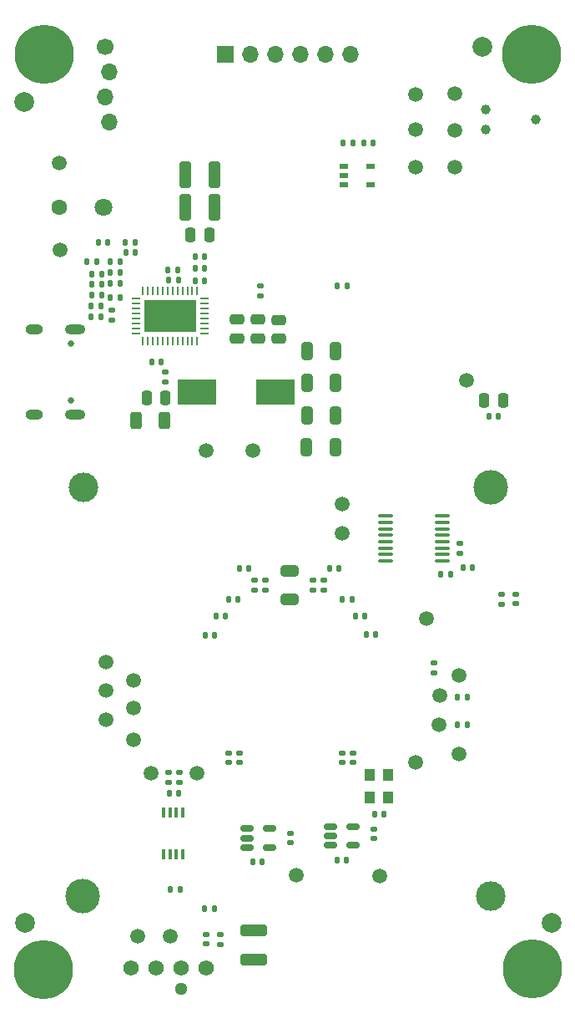
<source format=gbr>
%TF.GenerationSoftware,KiCad,Pcbnew,8.0.7*%
%TF.CreationDate,2025-01-16T15:43:03+03:00*%
%TF.ProjectId,bitshoka,62697473-686f-46b6-912e-6b696361645f,rev?*%
%TF.SameCoordinates,Original*%
%TF.FileFunction,Soldermask,Top*%
%TF.FilePolarity,Negative*%
%FSLAX46Y46*%
G04 Gerber Fmt 4.6, Leading zero omitted, Abs format (unit mm)*
G04 Created by KiCad (PCBNEW 8.0.7) date 2025-01-16 15:43:03*
%MOMM*%
%LPD*%
G01*
G04 APERTURE LIST*
G04 Aperture macros list*
%AMRoundRect*
0 Rectangle with rounded corners*
0 $1 Rounding radius*
0 $2 $3 $4 $5 $6 $7 $8 $9 X,Y pos of 4 corners*
0 Add a 4 corners polygon primitive as box body*
4,1,4,$2,$3,$4,$5,$6,$7,$8,$9,$2,$3,0*
0 Add four circle primitives for the rounded corners*
1,1,$1+$1,$2,$3*
1,1,$1+$1,$4,$5*
1,1,$1+$1,$6,$7*
1,1,$1+$1,$8,$9*
0 Add four rect primitives between the rounded corners*
20,1,$1+$1,$2,$3,$4,$5,0*
20,1,$1+$1,$4,$5,$6,$7,0*
20,1,$1+$1,$6,$7,$8,$9,0*
20,1,$1+$1,$8,$9,$2,$3,0*%
G04 Aperture macros list end*
%ADD10RoundRect,0.250000X-0.325000X-0.650000X0.325000X-0.650000X0.325000X0.650000X-0.325000X0.650000X0*%
%ADD11RoundRect,0.250000X0.475000X-0.250000X0.475000X0.250000X-0.475000X0.250000X-0.475000X-0.250000X0*%
%ADD12RoundRect,0.135000X0.135000X0.185000X-0.135000X0.185000X-0.135000X-0.185000X0.135000X-0.185000X0*%
%ADD13RoundRect,0.250000X-1.100000X0.325000X-1.100000X-0.325000X1.100000X-0.325000X1.100000X0.325000X0*%
%ADD14C,1.500000*%
%ADD15RoundRect,0.140000X-0.140000X-0.170000X0.140000X-0.170000X0.140000X0.170000X-0.140000X0.170000X0*%
%ADD16C,2.000000*%
%ADD17RoundRect,0.140000X0.140000X0.170000X-0.140000X0.170000X-0.140000X-0.170000X0.140000X-0.170000X0*%
%ADD18RoundRect,0.140000X0.170000X-0.140000X0.170000X0.140000X-0.170000X0.140000X-0.170000X-0.140000X0*%
%ADD19RoundRect,0.140000X-0.170000X0.140000X-0.170000X-0.140000X0.170000X-0.140000X0.170000X0.140000X0*%
%ADD20RoundRect,0.135000X-0.185000X0.135000X-0.185000X-0.135000X0.185000X-0.135000X0.185000X0.135000X0*%
%ADD21C,3.000000*%
%ADD22RoundRect,0.250000X0.312500X0.625000X-0.312500X0.625000X-0.312500X-0.625000X0.312500X-0.625000X0*%
%ADD23RoundRect,0.150000X-0.512500X-0.150000X0.512500X-0.150000X0.512500X0.150000X-0.512500X0.150000X0*%
%ADD24RoundRect,0.135000X-0.135000X-0.185000X0.135000X-0.185000X0.135000X0.185000X-0.135000X0.185000X0*%
%ADD25RoundRect,0.250000X-0.250000X-0.475000X0.250000X-0.475000X0.250000X0.475000X-0.250000X0.475000X0*%
%ADD26RoundRect,0.250000X-0.325000X-1.100000X0.325000X-1.100000X0.325000X1.100000X-0.325000X1.100000X0*%
%ADD27R,1.100000X1.300000*%
%ADD28C,0.800000*%
%ADD29C,6.000000*%
%ADD30RoundRect,0.250000X-0.650000X0.325000X-0.650000X-0.325000X0.650000X-0.325000X0.650000X0.325000X0*%
%ADD31RoundRect,0.135000X0.185000X-0.135000X0.185000X0.135000X-0.185000X0.135000X-0.185000X-0.135000X0*%
%ADD32R,0.400000X1.100000*%
%ADD33R,1.700000X1.700000*%
%ADD34O,1.700000X1.700000*%
%ADD35C,3.500000*%
%ADD36RoundRect,0.100000X-0.637500X-0.100000X0.637500X-0.100000X0.637500X0.100000X-0.637500X0.100000X0*%
%ADD37R,4.000000X2.600000*%
%ADD38RoundRect,0.062500X0.062500X-0.337500X0.062500X0.337500X-0.062500X0.337500X-0.062500X-0.337500X0*%
%ADD39RoundRect,0.062500X0.337500X-0.062500X0.337500X0.062500X-0.337500X0.062500X-0.337500X-0.062500X0*%
%ADD40C,0.400000*%
%ADD41R,5.300000X3.300000*%
%ADD42R,0.952500X0.558800*%
%ADD43C,1.295400*%
%ADD44C,1.574800*%
%ADD45C,1.700000*%
%ADD46C,0.650000*%
%ADD47O,1.800000X1.000000*%
%ADD48O,2.100000X1.000000*%
%ADD49C,0.990600*%
%ADD50C,1.600000*%
%ADD51C,1.800000*%
G04 APERTURE END LIST*
D10*
%TO.C,C20*%
X107435000Y-81120000D03*
X110385000Y-81120000D03*
%TD*%
D11*
%TO.C,C15*%
X100360000Y-79860000D03*
X100360000Y-77960000D03*
%TD*%
D12*
%TO.C,R21*%
X122010000Y-103710000D03*
X120990000Y-103710000D03*
%TD*%
D13*
%TO.C,C51*%
X102045000Y-139815000D03*
X102045000Y-142765000D03*
%TD*%
D14*
%TO.C,TP19*%
X114860000Y-134280000D03*
%TD*%
D15*
%TO.C,C9*%
X96090000Y-72760000D03*
X97050000Y-72760000D03*
%TD*%
D16*
%TO.C,FID2*%
X125270000Y-50310000D03*
%TD*%
%TO.C,FID4*%
X132260000Y-139060000D03*
%TD*%
%TO.C,FID3*%
X78850000Y-139070000D03*
%TD*%
D17*
%TO.C,C41*%
X101570000Y-103154000D03*
X100610000Y-103154000D03*
%TD*%
D14*
%TO.C,TP21*%
X122860000Y-121970000D03*
%TD*%
%TO.C,TP18*%
X120820000Y-119010000D03*
%TD*%
D18*
%TO.C,C42*%
X100655438Y-122810000D03*
X100655438Y-121850000D03*
%TD*%
D14*
%TO.C,TP8*%
X123610000Y-84120000D03*
%TD*%
D19*
%TO.C,C40*%
X108072400Y-104360000D03*
X108072400Y-105320000D03*
%TD*%
D20*
%TO.C,R23*%
X94520000Y-123850000D03*
X94520000Y-124870000D03*
%TD*%
D17*
%TO.C,C46*%
X99161000Y-108024000D03*
X98201000Y-108024000D03*
%TD*%
D21*
%TO.C,H6*%
X84764000Y-94984000D03*
%TD*%
D19*
%TO.C,C39*%
X102110000Y-104360000D03*
X102110000Y-105320000D03*
%TD*%
D22*
%TO.C,R12*%
X93012500Y-88210000D03*
X90087500Y-88210000D03*
%TD*%
D19*
%TO.C,C13*%
X87630000Y-77010000D03*
X87630000Y-77970000D03*
%TD*%
D11*
%TO.C,C14*%
X104580000Y-79880000D03*
X104580000Y-77980000D03*
%TD*%
D23*
%TO.C,U6*%
X101392500Y-129520000D03*
X101392500Y-130470000D03*
X101392500Y-131420000D03*
X103667500Y-131420000D03*
X103667500Y-129520000D03*
%TD*%
D24*
%TO.C,R1*%
X85590000Y-75500000D03*
X86610000Y-75500000D03*
%TD*%
D14*
%TO.C,TP13*%
X110990000Y-96640000D03*
%TD*%
%TO.C,TP37*%
X93610000Y-140380000D03*
%TD*%
%TO.C,TP35*%
X96280000Y-123890000D03*
%TD*%
D12*
%TO.C,R8*%
X90070000Y-70100000D03*
X89050000Y-70100000D03*
%TD*%
%TO.C,R11*%
X94390000Y-72930000D03*
X93370000Y-72930000D03*
%TD*%
D10*
%TO.C,C18*%
X107435000Y-87660000D03*
X110385000Y-87660000D03*
%TD*%
D14*
%TO.C,TP38*%
X90300000Y-140410000D03*
%TD*%
%TO.C,TP33*%
X87080000Y-118492000D03*
%TD*%
%TO.C,TP3*%
X101980000Y-91230000D03*
%TD*%
D25*
%TO.C,C24*%
X125440000Y-86180000D03*
X127340000Y-86180000D03*
%TD*%
D14*
%TO.C,TP9*%
X122440000Y-55090000D03*
%TD*%
D21*
%TO.C,H5*%
X126130000Y-136350000D03*
%TD*%
D11*
%TO.C,C16*%
X102480000Y-79860000D03*
X102480000Y-77960000D03*
%TD*%
D18*
%TO.C,C45*%
X99525438Y-122820000D03*
X99525438Y-121860000D03*
%TD*%
D19*
%TO.C,C10*%
X102750000Y-74560000D03*
X102750000Y-75520000D03*
%TD*%
D24*
%TO.C,R2*%
X85110000Y-72100000D03*
X86130000Y-72100000D03*
%TD*%
D18*
%TO.C,C35*%
X112140000Y-122790000D03*
X112140000Y-121830000D03*
%TD*%
D26*
%TO.C,C4*%
X95125000Y-66550000D03*
X98075000Y-66550000D03*
%TD*%
D15*
%TO.C,C6*%
X96090000Y-74000000D03*
X97050000Y-74000000D03*
%TD*%
%TO.C,C25*%
X125910000Y-87790000D03*
X126870000Y-87790000D03*
%TD*%
D27*
%TO.C,U7*%
X115680000Y-126370000D03*
X115680000Y-124070000D03*
X113780000Y-124070000D03*
X113780000Y-126370000D03*
%TD*%
D15*
%TO.C,C27*%
X101940000Y-132840000D03*
X102900000Y-132840000D03*
%TD*%
D28*
%TO.C,H1*%
X127985010Y-51120990D03*
X128644020Y-49530000D03*
X128644020Y-52711980D03*
X130235010Y-48870990D03*
D29*
X130235010Y-51120990D03*
D28*
X130235010Y-53370990D03*
X131826000Y-49530000D03*
X131826000Y-52711980D03*
X132485010Y-51120990D03*
%TD*%
D14*
%TO.C,TP4*%
X97220000Y-91210000D03*
%TD*%
D12*
%TO.C,R7*%
X88520000Y-74320000D03*
X87500000Y-74320000D03*
%TD*%
D14*
%TO.C,TP11*%
X118480000Y-58690000D03*
%TD*%
D17*
%TO.C,C29*%
X115270000Y-128010000D03*
X114310000Y-128010000D03*
%TD*%
D16*
%TO.C,FID1*%
X78750000Y-55900000D03*
%TD*%
D19*
%TO.C,C12*%
X93100000Y-83280000D03*
X93100000Y-84240000D03*
%TD*%
D14*
%TO.C,TP14*%
X110990000Y-99610000D03*
%TD*%
D12*
%TO.C,R19*%
X123720000Y-118980000D03*
X122700000Y-118980000D03*
%TD*%
D14*
%TO.C,TP5*%
X118460000Y-62540000D03*
%TD*%
%TO.C,TP36*%
X91650000Y-123880000D03*
%TD*%
D30*
%TO.C,C43*%
X105670000Y-103375000D03*
X105670000Y-106325000D03*
%TD*%
D14*
%TO.C,TP15*%
X119550000Y-108280000D03*
%TD*%
%TO.C,TP22*%
X118520000Y-122760000D03*
%TD*%
D31*
%TO.C,R25*%
X98640000Y-141260000D03*
X98640000Y-140240000D03*
%TD*%
D19*
%TO.C,C22*%
X128670000Y-105770000D03*
X128670000Y-106730000D03*
%TD*%
D32*
%TO.C,U10*%
X94870000Y-127840000D03*
X94220000Y-127840000D03*
X93570000Y-127840000D03*
X92920000Y-127840000D03*
X92920000Y-132140000D03*
X93570000Y-132140000D03*
X94220000Y-132140000D03*
X94870000Y-132140000D03*
%TD*%
D17*
%TO.C,C8*%
X90040000Y-71130000D03*
X89080000Y-71130000D03*
%TD*%
D24*
%TO.C,R5*%
X87490000Y-75720000D03*
X88510000Y-75720000D03*
%TD*%
D12*
%TO.C,R6*%
X88510000Y-72100000D03*
X87490000Y-72100000D03*
%TD*%
D14*
%TO.C,TP29*%
X87080000Y-112616000D03*
%TD*%
D23*
%TO.C,U5*%
X109843500Y-129279000D03*
X109843500Y-130229000D03*
X109843500Y-131179000D03*
X112118500Y-131179000D03*
X112118500Y-129279000D03*
%TD*%
D28*
%TO.C,H3*%
X128052000Y-143728000D03*
X128711010Y-142137010D03*
X128711010Y-145318990D03*
X130302000Y-141478000D03*
D29*
X130302000Y-143728000D03*
D28*
X130302000Y-145978000D03*
X131892990Y-142137010D03*
X131892990Y-145318990D03*
X132552000Y-143728000D03*
%TD*%
D19*
%TO.C,C49*%
X122930000Y-100640000D03*
X122930000Y-101600000D03*
%TD*%
D14*
%TO.C,TP2*%
X82310000Y-62100000D03*
%TD*%
D12*
%TO.C,R9*%
X94400000Y-73990000D03*
X93380000Y-73990000D03*
%TD*%
D19*
%TO.C,C38*%
X103240000Y-104360000D03*
X103240000Y-105320000D03*
%TD*%
D17*
%TO.C,C23*%
X114200000Y-60030000D03*
X113240000Y-60030000D03*
%TD*%
D14*
%TO.C,TP6*%
X122430000Y-62540000D03*
%TD*%
D10*
%TO.C,C19*%
X107435000Y-84400000D03*
X110385000Y-84400000D03*
%TD*%
D24*
%TO.C,R4*%
X85590000Y-73360000D03*
X86610000Y-73360000D03*
%TD*%
D20*
%TO.C,R17*%
X120380000Y-112750000D03*
X120380000Y-113770000D03*
%TD*%
D15*
%TO.C,C7*%
X96110000Y-71540000D03*
X97070000Y-71540000D03*
%TD*%
D33*
%TO.C,J4*%
X99171505Y-51054000D03*
D34*
X101711505Y-51054000D03*
X104251505Y-51054000D03*
X106791505Y-51054000D03*
X109331505Y-51054000D03*
X111871505Y-51054000D03*
%TD*%
D14*
%TO.C,TP16*%
X122860000Y-113980000D03*
%TD*%
%TO.C,TP34*%
X89860000Y-120480000D03*
%TD*%
D28*
%TO.C,H4*%
X78455010Y-143830990D03*
X79114020Y-142240000D03*
X79114020Y-145421980D03*
X80705010Y-141580990D03*
D29*
X80705010Y-143830990D03*
D28*
X80705010Y-146080990D03*
X82296000Y-142240000D03*
X82296000Y-145421980D03*
X82955010Y-143830990D03*
%TD*%
D14*
%TO.C,TP1*%
X82390000Y-70940000D03*
%TD*%
D12*
%TO.C,R13*%
X86600000Y-77640000D03*
X85580000Y-77640000D03*
%TD*%
D19*
%TO.C,C53*%
X97200000Y-140250000D03*
X97200000Y-141210000D03*
%TD*%
D35*
%TO.C,H8*%
X84710000Y-136360000D03*
%TD*%
D17*
%TO.C,C48*%
X98090000Y-109925000D03*
X97130000Y-109925000D03*
%TD*%
%TO.C,C28*%
X114410000Y-109860000D03*
X113450000Y-109860000D03*
%TD*%
D36*
%TO.C,U9*%
X115427500Y-97855000D03*
X115427500Y-98505000D03*
X115427500Y-99155000D03*
X115427500Y-99805000D03*
X115427500Y-100455000D03*
X115427500Y-101105000D03*
X115427500Y-101755000D03*
X115427500Y-102405000D03*
X121152500Y-102405000D03*
X121152500Y-101755000D03*
X121152500Y-101105000D03*
X121152500Y-100455000D03*
X121152500Y-99805000D03*
X121152500Y-99155000D03*
X121152500Y-98505000D03*
X121152500Y-97855000D03*
%TD*%
D24*
%TO.C,R24*%
X93560000Y-135710000D03*
X94580000Y-135710000D03*
%TD*%
D15*
%TO.C,C5*%
X86310000Y-70110000D03*
X87270000Y-70110000D03*
%TD*%
D17*
%TO.C,C34*%
X112010000Y-106266000D03*
X111050000Y-106266000D03*
%TD*%
D31*
%TO.C,R22*%
X93380000Y-124870000D03*
X93380000Y-123850000D03*
%TD*%
D37*
%TO.C,L1*%
X96295000Y-85255000D03*
X104245000Y-85255000D03*
%TD*%
D10*
%TO.C,C17*%
X107415000Y-90910000D03*
X110365000Y-90910000D03*
%TD*%
D15*
%TO.C,C26*%
X110481000Y-132739000D03*
X111441000Y-132739000D03*
%TD*%
D17*
%TO.C,C47*%
X124270000Y-103110000D03*
X123310000Y-103110000D03*
%TD*%
D18*
%TO.C,C33*%
X111000000Y-122790000D03*
X111000000Y-121830000D03*
%TD*%
D28*
%TO.C,H2*%
X78558000Y-51054000D03*
X79217010Y-49463010D03*
X79217010Y-52644990D03*
X80808000Y-48804000D03*
D29*
X80808000Y-51054000D03*
D28*
X80808000Y-53304000D03*
X82398990Y-49463010D03*
X82398990Y-52644990D03*
X83058000Y-51054000D03*
%TD*%
D19*
%TO.C,C37*%
X109190000Y-104360000D03*
X109190000Y-105320000D03*
%TD*%
D17*
%TO.C,C1*%
X92650000Y-82220000D03*
X91690000Y-82220000D03*
%TD*%
D12*
%TO.C,R18*%
X123720000Y-116220000D03*
X122700000Y-116220000D03*
%TD*%
D17*
%TO.C,C36*%
X110695000Y-103146000D03*
X109735000Y-103146000D03*
%TD*%
D14*
%TO.C,TP20*%
X106360000Y-134230000D03*
%TD*%
D35*
%TO.C,H7*%
X126060000Y-94910000D03*
%TD*%
D14*
%TO.C,TP17*%
X120900000Y-116060000D03*
%TD*%
%TO.C,TP30*%
X89890000Y-114520000D03*
%TD*%
D24*
%TO.C,R15*%
X110480000Y-74510000D03*
X111500000Y-74510000D03*
%TD*%
D38*
%TO.C,U2*%
X90830000Y-80090000D03*
X91330000Y-80090000D03*
X91830000Y-80090000D03*
X92330000Y-80090000D03*
X92830000Y-80090000D03*
X93330000Y-80090000D03*
X93830000Y-80090000D03*
X94330000Y-80090000D03*
X94830000Y-80090000D03*
X95330000Y-80090000D03*
X95830000Y-80090000D03*
X96330000Y-80090000D03*
D39*
X97080000Y-79340000D03*
X97080000Y-78840000D03*
X97080000Y-78340000D03*
X97080000Y-77840000D03*
X97080000Y-77340000D03*
X97080000Y-76840000D03*
X97080000Y-76340000D03*
X97080000Y-75840000D03*
D38*
X96330000Y-75090000D03*
X95830000Y-75090000D03*
X95330000Y-75090000D03*
X94830000Y-75090000D03*
X94330000Y-75090000D03*
X93830000Y-75090000D03*
X93330000Y-75090000D03*
X92830000Y-75090000D03*
X92330000Y-75090000D03*
X91830000Y-75090000D03*
X91330000Y-75090000D03*
X90830000Y-75090000D03*
D39*
X90080000Y-75840000D03*
X90080000Y-76340000D03*
X90080000Y-76840000D03*
X90080000Y-77340000D03*
X90080000Y-77840000D03*
X90080000Y-78340000D03*
X90080000Y-78840000D03*
X90080000Y-79340000D03*
D40*
X92180000Y-78870000D03*
X93580000Y-78870000D03*
X94980000Y-78870000D03*
X91180000Y-77590000D03*
X92180000Y-77590000D03*
X93580000Y-77590000D03*
D41*
X93580000Y-77590000D03*
D40*
X94980000Y-77590000D03*
X95980000Y-77590000D03*
X92180000Y-76310000D03*
X93580000Y-76310000D03*
X94980000Y-76310000D03*
%TD*%
D26*
%TO.C,C3*%
X95125000Y-63300000D03*
X98075000Y-63300000D03*
%TD*%
D24*
%TO.C,R3*%
X85590000Y-74330000D03*
X86610000Y-74330000D03*
%TD*%
D17*
%TO.C,C50*%
X94440000Y-125940000D03*
X93480000Y-125940000D03*
%TD*%
D12*
%TO.C,R10*%
X88520000Y-73170000D03*
X87500000Y-73170000D03*
%TD*%
D17*
%TO.C,C32*%
X113310000Y-108026000D03*
X112350000Y-108026000D03*
%TD*%
D31*
%TO.C,R16*%
X127240000Y-106770000D03*
X127240000Y-105750000D03*
%TD*%
D17*
%TO.C,C52*%
X98040000Y-137640000D03*
X97080000Y-137640000D03*
%TD*%
D25*
%TO.C,C11*%
X91190000Y-85860000D03*
X93090000Y-85860000D03*
%TD*%
D15*
%TO.C,C21*%
X111140000Y-60030000D03*
X112100000Y-60030000D03*
%TD*%
D14*
%TO.C,TP31*%
X87080000Y-115554000D03*
%TD*%
%TO.C,TP7*%
X122420000Y-58830000D03*
%TD*%
%TO.C,TP32*%
X89890000Y-117310000D03*
%TD*%
D24*
%TO.C,R14*%
X85580000Y-76570000D03*
X86600000Y-76570000D03*
%TD*%
D19*
%TO.C,C30*%
X114240000Y-129540000D03*
X114240000Y-130500000D03*
%TD*%
D25*
%TO.C,C2*%
X95650000Y-69350000D03*
X97550000Y-69350000D03*
%TD*%
D17*
%TO.C,C44*%
X100441000Y-106284000D03*
X99481000Y-106284000D03*
%TD*%
D42*
%TO.C,U3*%
X111185050Y-62440200D03*
X111185050Y-63380000D03*
X111185050Y-64319800D03*
X113940950Y-64319800D03*
X113940950Y-62440200D03*
%TD*%
D14*
%TO.C,TP10*%
X118480000Y-55140000D03*
%TD*%
D19*
%TO.C,C31*%
X105750000Y-129990000D03*
X105750000Y-130950000D03*
%TD*%
D43*
%TO.C,J6*%
X94701000Y-145782001D03*
D44*
X89621000Y-143622000D03*
X92161000Y-143622000D03*
X94701000Y-143622000D03*
X97241000Y-143622000D03*
%TD*%
D45*
%TO.C,J3*%
X87005000Y-50292000D03*
D34*
X87405000Y-52832000D03*
X87005000Y-55372000D03*
X87405000Y-57912000D03*
%TD*%
D46*
%TO.C,J5*%
X83470000Y-86150000D03*
X83470000Y-80370000D03*
D47*
X79790000Y-87580000D03*
D48*
X83970000Y-87580000D03*
D47*
X79790000Y-78940000D03*
D48*
X83970000Y-78940000D03*
%TD*%
D49*
%TO.C,J2*%
X130670000Y-57730000D03*
X125590000Y-58746000D03*
X125590000Y-56714000D03*
%TD*%
D50*
%TO.C,J1*%
X82330000Y-66620000D03*
D51*
X86830000Y-66620000D03*
%TD*%
M02*

</source>
